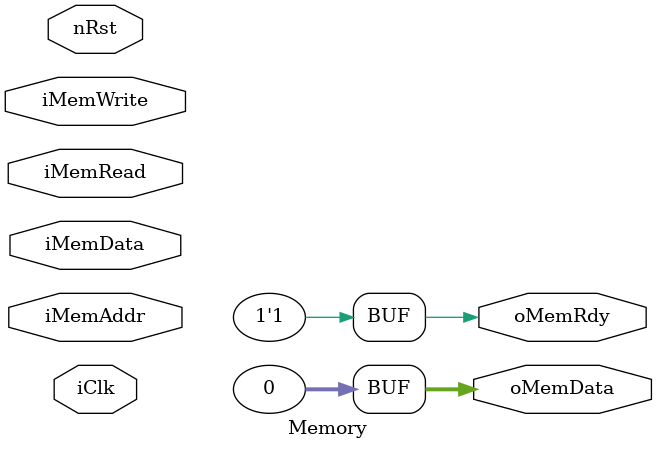
<source format=v>
module Memory(
    iClk,
    nRst,
    iMemData, iMemAddr,
    oMemData,
    iMemWrite, iMemRead,
    oMemRdy,
);


input wire iClk, nRst;
input wire [31:0] iMemData, iMemAddr;
output wire [31:0] oMemData;
input wire iMemWrite, iMemRead;
output wire oMemRdy;

assign oMemData = 32'd0;
assign oMemRdy = 1'b1;

endmodule
</source>
